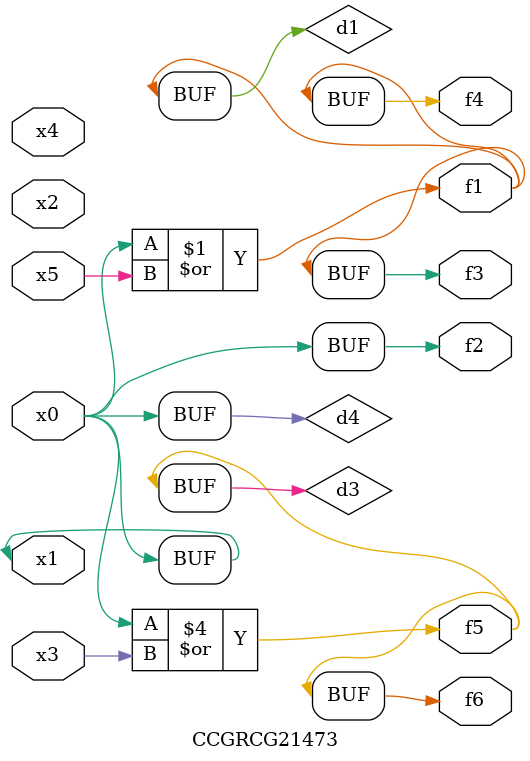
<source format=v>
module CCGRCG21473(
	input x0, x1, x2, x3, x4, x5,
	output f1, f2, f3, f4, f5, f6
);

	wire d1, d2, d3, d4;

	or (d1, x0, x5);
	xnor (d2, x1, x4);
	or (d3, x0, x3);
	buf (d4, x0, x1);
	assign f1 = d1;
	assign f2 = d4;
	assign f3 = d1;
	assign f4 = d1;
	assign f5 = d3;
	assign f6 = d3;
endmodule

</source>
